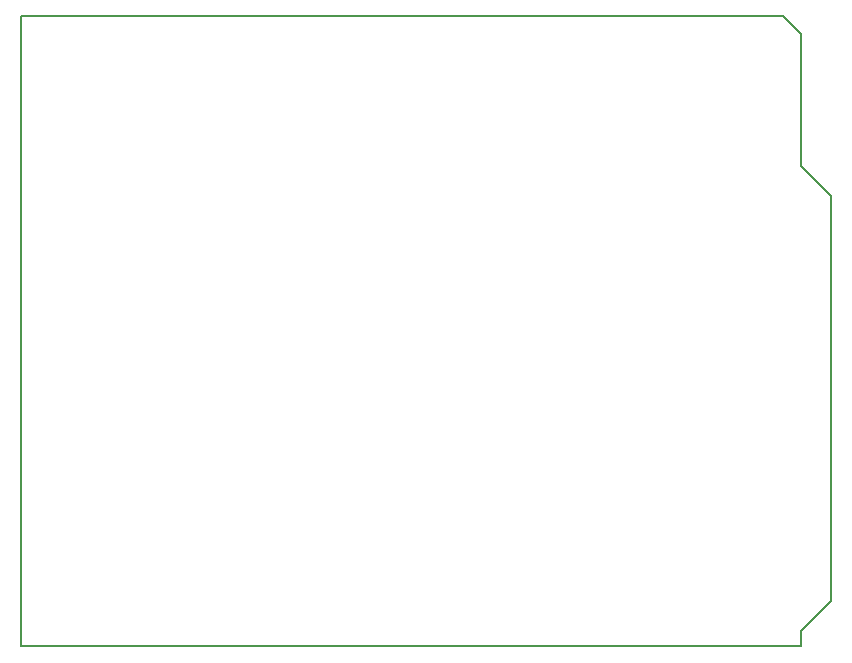
<source format=gbr>
G04 #@! TF.FileFunction,Profile,NP*
%FSLAX46Y46*%
G04 Gerber Fmt 4.6, Leading zero omitted, Abs format (unit mm)*
G04 Created by KiCad (PCBNEW 4.0.7) date Sunday, 25 '25e' March '25e' 2018, 13:05:41*
%MOMM*%
%LPD*%
G01*
G04 APERTURE LIST*
%ADD10C,0.100000*%
%ADD11C,0.150000*%
G04 APERTURE END LIST*
D10*
D11*
X213050000Y-80000000D02*
X147000000Y-80000000D01*
X213050000Y-78725000D02*
X213050000Y-80000000D01*
X215575000Y-76200000D02*
X213050000Y-78725000D01*
X215575000Y-41900000D02*
X215575000Y-76200000D01*
X213025000Y-39350000D02*
X215575000Y-41900000D01*
X213025000Y-28175000D02*
X213025000Y-39350000D01*
X211525000Y-26675000D02*
X213025000Y-28175000D01*
X147000000Y-26675000D02*
X211525000Y-26675000D01*
X147000000Y-26700000D02*
X147000000Y-26675000D01*
X147000000Y-80000000D02*
X147000000Y-26700000D01*
M02*

</source>
